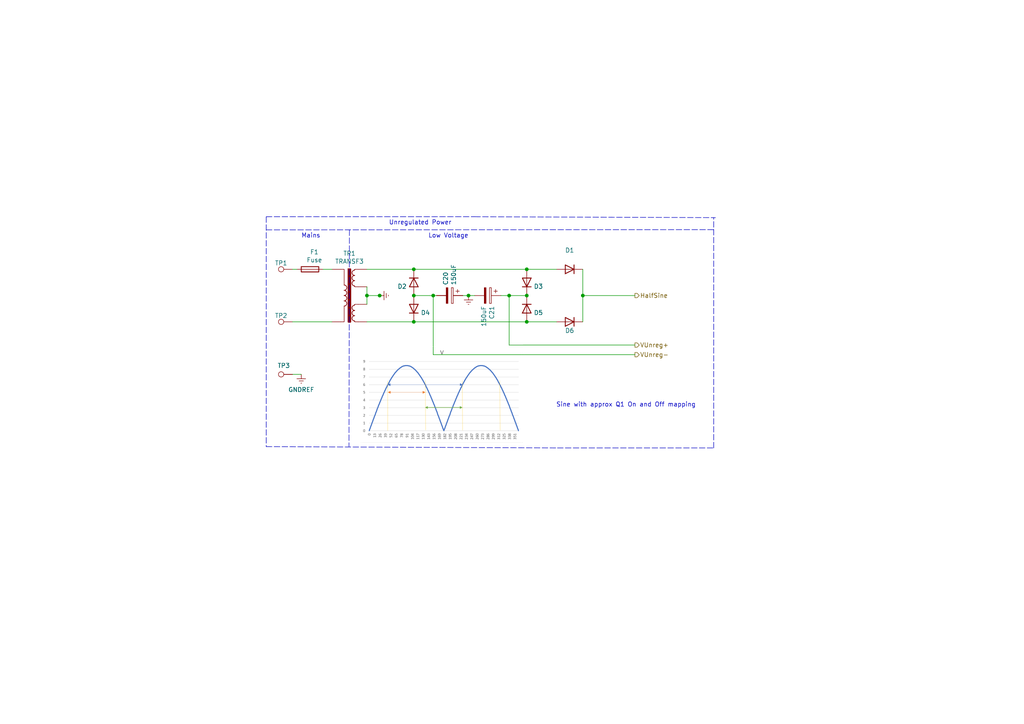
<source format=kicad_sch>
(kicad_sch (version 20211123) (generator eeschema)
  (paper "A4")
  (lib_symbols
    (symbol "Connector:TestPoint" (pin_numbers hide) (pin_names (offset 0.762) hide)
      (property "Reference" "TP" (at 0 6.858 0))
      (property "Value" "TestPoint" (at 0 5.08 0))
      (symbol "TestPoint_0_1"
        (circle (center 0 3.302) (radius 0.762))
      )
      (symbol "TestPoint_1_1"
        (pin passive line (at 0 0 90) (length 2.54) (name "1") (number "1"))
      )
    )
    (symbol "Device:D" (pin_numbers hide) (pin_names (offset 1.016) hide)
      (property "Reference" "D" (at 0 2.54 0))
      (property "Value" "D" (at 0 -2.54 0))
      (symbol "D_0_1"
        (polyline (pts (xy -1.27 1.27) (xy -1.27 -1.27)) (stroke (width 0.254)))
        (polyline (pts (xy 1.27 0) (xy -1.27 0)))
        (polyline (pts (xy 1.27 1.27) (xy 1.27 -1.27) (xy -1.27 0) (xy 1.27 1.27)) (stroke (width 0.254)))
      )
      (symbol "D_1_1"
        (pin passive line (at -3.81 0 0) (length 2.54) (name "K") (number "1"))
        (pin passive line (at 3.81 0 180) (length 2.54) (name "A") (number "2"))
      )
    )
    (symbol "Device:Fuse" (pin_numbers hide) (pin_names (offset 0))
      (property "Reference" "F" (at 2.032 0 90))
      (property "Value" "Fuse" (at -1.905 0 90))
      (symbol "Fuse_0_1"
        (rectangle (start -0.762 -2.54) (end 0.762 2.54) (stroke (width 0.254)))
        (polyline (pts (xy 0 2.54) (xy 0 -2.54)))
      )
      (symbol "Fuse_1_1"
        (pin passive line (at 0 3.81 270) (length 1.27) (name "~") (number "1"))
        (pin passive line (at 0 -3.81 90) (length 1.27) (name "~") (number "2"))
      )
    )
    (symbol "Transformer:TRANSF3" (pin_numbers hide) (pin_names (offset 0))
      (property "Reference" "TR" (at 0 8.89 0))
      (property "Value" "TRANSF3" (at 0 -8.89 0))
      (symbol "TRANSF3_0_1"
        (arc (start -1.524 -3.048) (mid -0.762 -2.286) (end -1.524 -1.524) (stroke (width 0.2032)))
        (arc (start -1.524 -1.524) (mid -0.762 -0.762) (end -1.524 0) (stroke (width 0.2032)))
        (arc (start -1.524 0) (mid -0.762 0.762) (end -1.524 1.524) (stroke (width 0.2032)))
        (arc (start -1.524 1.524) (mid -0.762 2.286) (end -1.524 3.048) (stroke (width 0.2032)))
        (rectangle (start -0.254 7.62) (end 0.254 -7.62) (stroke (width 0.508)) (fill (type outline)))
        (polyline (pts (xy -1.524 3.048) (xy -1.524 7.62) (xy -2.54 7.62)))
        (polyline (pts (xy 1.524 -7.366) (xy 1.524 -7.62) (xy 1.524 -7.62)) (fill (type outline)))
        (polyline (pts (xy 1.524 -2.54) (xy 1.524 -2.794) (xy 1.524 -2.794)) (fill (type outline)))
        (polyline (pts (xy 1.524 -2.54) (xy 2.54 -2.54) (xy 2.54 -2.54)))
        (polyline (pts (xy 1.524 2.54) (xy 1.524 2.794) (xy 1.524 2.794)) (fill (type outline)))
        (polyline (pts (xy 1.524 2.54) (xy 2.54 2.54) (xy 2.54 2.54)))
        (polyline (pts (xy 1.524 7.62) (xy 1.524 7.366) (xy 1.524 7.366)) (fill (type outline)))
        (polyline (pts (xy 1.524 7.62) (xy 2.54 7.62) (xy 2.54 7.62)))
        (polyline (pts (xy 2.54 -7.62) (xy 1.524 -7.62) (xy 1.524 -7.62)))
        (polyline (pts (xy -2.54 -7.62) (xy -1.524 -7.62) (xy -1.524 -3.048) (xy -1.524 -4.318)))
        (arc (start 1.524 -5.842) (mid 0.762 -6.604) (end 1.524 -7.366) (stroke (width 0.2032)))
        (arc (start 1.524 -4.318) (mid 0.762 -5.08) (end 1.524 -5.842) (stroke (width 0.2032)))
        (arc (start 1.524 -2.794) (mid 0.762 -3.556) (end 1.524 -4.318) (stroke (width 0.2032)))
        (arc (start 1.524 4.318) (mid 0.762 3.556) (end 1.524 2.794) (stroke (width 0.2032)))
        (arc (start 1.524 5.842) (mid 0.762 5.08) (end 1.524 4.318) (stroke (width 0.2032)))
        (arc (start 1.524 7.366) (mid 0.762 6.604) (end 1.524 5.842) (stroke (width 0.2032)))
      )
      (symbol "TRANSF3_1_1"
        (pin passive line (at -5.08 7.62 0) (length 2.54) (name "~") (number "1"))
        (pin passive line (at -5.08 -7.62 0) (length 2.54) (name "~") (number "2"))
        (pin passive line (at 5.08 7.62 180) (length 2.54) (name "~") (number "3"))
        (pin passive line (at 5.08 2.54 180) (length 2.54) (name "~") (number "4"))
        (pin passive line (at 5.08 -2.54 180) (length 2.54) (name "~") (number "5"))
        (pin passive line (at 5.08 -7.62 180) (length 2.54) (name "~") (number "6"))
      )
    )
    (symbol "minipowersupply-rescue:CP-Device" (pin_numbers hide) (pin_names (offset 0.254))
      (property "Reference" "C" (at 0.635 2.54 0))
      (property "Value" "CP-Device" (at 0.635 -2.54 0))
      (symbol "CP-Device_0_1"
        (rectangle (start -2.286 0.508) (end 2.286 1.016))
        (polyline (pts (xy -1.778 2.286) (xy -0.762 2.286)))
        (polyline (pts (xy -1.27 2.794) (xy -1.27 1.778)))
        (rectangle (start 2.286 -0.508) (end -2.286 -1.016) (fill (type outline)))
      )
      (symbol "CP-Device_1_1"
        (pin passive line (at 0 3.81 270) (length 2.794) (name "~") (number "1"))
        (pin passive line (at 0 -3.81 90) (length 2.794) (name "~") (number "2"))
      )
    )
    (symbol "power:GNDREF" (power) (pin_names (offset 0))
      (property "Value" "GNDREF" (at 0 -3.81 0))
      (symbol "GNDREF_0_1"
        (polyline (pts (xy -0.635 -1.905) (xy 0.635 -1.905)))
        (polyline (pts (xy -0.127 -2.54) (xy 0.127 -2.54)))
        (polyline (pts (xy 0 -1.27) (xy 0 0)))
        (polyline (pts (xy 1.27 -1.27) (xy -1.27 -1.27)))
      )
      (symbol "GNDREF_1_1"
        (pin power_in line (at 0 0 270) (length 0) hide (name "GNDREF") (number "1"))
      )
    )
  )
  (junction (at 152.781 78.105))
  (junction (at 147.6756 85.725))
  (junction (at 169.037 85.725))
  (junction (at 110.109 85.725))
  (junction (at 120.015 93.345))
  (junction (at 120.015 85.725))
  (junction (at 125.6538 85.725))
  (junction (at 152.781 93.345))
  (junction (at 152.781 85.725))
  (junction (at 106.426 85.725))
  (junction (at 135.89 85.725))
  (junction (at 120.015 78.105))
  (wire (pts (xy 134.239 85.725) (xy 135.89 85.725)))
  (wire (pts (xy 147.6756 85.725) (xy 152.781 85.725)))
  (wire (pts (xy 125.6538 85.725) (xy 120.015 85.725)))
  (polyline (pts (xy 77.216 62.865) (xy 77.216 129.54)))
  (polyline (pts (xy 77.216 62.865) (xy 137.668 62.865)))
  (wire (pts (xy 145.288 85.725) (xy 147.6756 85.725)))
  (wire (pts (xy 84.836 93.345) (xy 96.266 93.345)))
  (polyline (pts (xy 77.216 129.54) (xy 161.671 129.921)))
  (wire (pts (xy 110.109 85.725) (xy 110.236 85.725)))
  (wire (pts (xy 169.037 85.725) (xy 184.15 85.725)))
  (polyline (pts (xy 161.671 129.921) (xy 206.756 129.921)))
  (polyline (pts (xy 137.668 62.865) (xy 207.518 63.119)))
  (polyline (pts (xy 207.01 129.921) (xy 207.01 63.119)))
  (wire (pts (xy 93.726 78.105) (xy 96.266 78.105)))
  (wire (pts (xy 161.417 78.105) (xy 152.781 78.105)))
  (wire (pts (xy 147.6756 100.076) (xy 147.6756 85.725)))
  (wire (pts (xy 184.15 100.076) (xy 147.6756 100.076)))
  (wire (pts (xy 84.836 108.585) (xy 87.376 108.585)))
  (wire (pts (xy 106.426 83.185) (xy 106.426 85.725)))
  (wire (pts (xy 125.6538 102.87) (xy 125.6538 85.725)))
  (wire (pts (xy 106.426 85.725) (xy 106.426 88.265)))
  (wire (pts (xy 126.619 85.725) (xy 125.6538 85.725)))
  (wire (pts (xy 84.836 78.105) (xy 86.106 78.105)))
  (wire (pts (xy 120.015 78.105) (xy 152.781 78.105)))
  (wire (pts (xy 169.037 78.105) (xy 169.037 85.725)))
  (polyline (pts (xy 101.346 66.675) (xy 101.219 129.54)))
  (polyline (pts (xy 77.216 66.675) (xy 207.156 66.6102)))
  (wire (pts (xy 161.417 93.345) (xy 152.781 93.345)))
  (wire (pts (xy 120.015 93.345) (xy 152.781 93.345)))
  (wire (pts (xy 169.037 85.725) (xy 169.037 93.345)))
  (wire (pts (xy 184.15 102.87) (xy 125.6538 102.87)))
  (wire (pts (xy 106.426 85.725) (xy 110.109 85.725)))
  (wire (pts (xy 106.426 78.105) (xy 120.015 78.105)))
  (wire (pts (xy 135.89 85.725) (xy 137.668 85.725)))
  (wire (pts (xy 106.426 93.345) (xy 120.015 93.345)))
  (image (at 128.143 114.2492) (scale 0.612075))
  (text "Unregulated Power" (at 112.776 65.405 0) (effects (font (size 1.27 1.27)) (justify left bottom)))
  (text "Mains" (at 87.376 69.215 0) (effects (font (size 1.27 1.27)) (justify left bottom)))
  (text "Sine with approx Q1 On and Off mapping" (at 161.29 118.237 0) (effects (font (size 1.27 1.27)) (justify left bottom)))
  (text "Low Voltage" (at 124.206 69.215 0) (effects (font (size 1.27 1.27)) (justify left bottom)))
  (hierarchical_label "HalfSine" (shape output) (at 184.15 85.725 0))
  (hierarchical_label "VUnreg-" (shape output) (at 184.15 102.87 0))
  (hierarchical_label "VUnreg+" (shape output) (at 184.15 100.076 0))
  (symbol (lib_id "Connector:TestPoint") (at 84.836 93.345 90) (unit 1)
    (property "Reference" "TP2" (at 81.534 91.5472 90))
    (property "Value" "TestPoint" (effects hide))
    (property "Footprint" "TestPoint:TestPoint_THTPad_4.0x4.0mm_Drill2.0mm" (effects hide))
  )
  (symbol (lib_id "Device:D") (at 120.015 89.535 270) (mirror x) (unit 1)
    (property "Reference" "D4" (at 122.047 90.7034 90) (effects (justify left)))
    (property "Value" "S1K-13-F" (effects hide))
    (property "Footprint" "Diode_SMD:D_SMA" (effects hide))
  )
  (symbol (lib_id "Device:D") (at 152.781 89.535 90) (mirror x) (unit 1)
    (property "Reference" "D5" (at 154.813 90.7034 90) (effects (justify right)))
    (property "Value" "S1K-13-F" (effects hide))
    (property "Footprint" "Diode_SMD:D_SMA" (effects hide))
  )
  (symbol (lib_id "power:GNDREF") (at 135.89 85.725 0) (unit 1)
    (property "Reference" "#PWR023" (effects hide))
    (property "Value" "GNDREF" (effects hide))
  )
  (symbol (lib_id "Device:D") (at 120.015 81.915 270) (unit 1)
    (property "Reference" "D2" (at 117.983 83.0834 90) (effects (justify right)))
    (property "Value" "S1K-13-F" (effects hide))
    (property "Footprint" "Diode_SMD:D_SMA" (effects hide))
  )
  (symbol (lib_id "minipowersupply-rescue:CP-Device") (at 141.478 85.725 270) (unit 1)
    (property "Reference" "C21" (at 142.6464 88.7222 0) (effects (justify left)))
    (property "Value" "150uF" (at 140.335 88.7222 0) (effects (justify left)))
    (property "Footprint" "Capacitor_SMD:C_Elec_8x6.2" (effects hide))
    (property "Availability" "Back order" (effects hide))
  )
  (symbol (lib_id "Device:D") (at 152.781 81.915 270) (mirror x) (unit 1)
    (property "Reference" "D3" (at 154.813 83.0834 90) (effects (justify left)))
    (property "Value" "S1K-13-F" (effects hide))
    (property "Footprint" "Diode_SMD:D_SMA" (effects hide))
  )
  (symbol (lib_id "Device:D") (at 165.227 78.105 180) (unit 1)
    (property "Reference" "D1" (at 165.227 72.5932 0))
    (property "Value" "S1K-13-F" (effects hide))
    (property "Footprint" "Diode_SMD:D_SMA" (effects hide))
  )
  (symbol (lib_id "Device:D") (at 165.227 93.345 180) (unit 1)
    (property "Reference" "D6" (at 165.227 95.885 0))
    (property "Value" "S1K-13-F" (effects hide))
    (property "Footprint" "Diode_SMD:D_SMA" (effects hide))
  )
  (symbol (lib_id "minipowersupply-rescue:CP-Device") (at 130.429 85.725 270) (unit 1)
    (property "Reference" "C20" (at 129.2606 82.7278 0) (effects (justify right)))
    (property "Value" "150uF" (at 131.572 82.7278 0) (effects (justify right)))
    (property "Footprint" "Capacitor_SMD:C_Elec_8x6.2" (effects hide))
    (property "Availability" "Back order" (effects hide))
  )
  (symbol (lib_id "Connector:TestPoint") (at 84.836 78.105 90) (unit 1)
    (property "Reference" "TP1" (at 81.534 76.3072 90))
    (property "Value" "TestPoint" (effects hide))
    (property "Footprint" "TestPoint:TestPoint_THTPad_4.0x4.0mm_Drill2.0mm" (effects hide))
  )
  (symbol (lib_id "power:GNDREF") (at 87.376 108.585 0) (unit 1)
    (property "Reference" "#PWR022" (effects hide))
    (property "Value" "GNDREF" (at 87.376 113.0284 0))
  )
  (symbol (lib_id "power:GNDREF") (at 110.109 85.725 90) (unit 1)
    (property "Reference" "#PWR021" (effects hide))
    (property "Value" "GNDREF" (effects hide))
  )
  (symbol (lib_id "Device:Fuse") (at 89.916 78.105 270) (unit 1)
    (property "Reference" "F1" (at 91.186 73.1012 90))
    (property "Value" "Fuse" (at 91.186 75.4126 90))
    (property "Footprint" "Fuse:Fuseholder_Cylinder-5x20mm_Bulgin_FX0457_Horizontal_Closed" (effects hide))
  )
  (symbol (lib_id "Connector:TestPoint") (at 84.836 108.585 90) (unit 1)
    (property "Reference" "TP3" (at 82.296 106.045 90))
    (property "Value" "TestPoint" (effects hide))
    (property "Footprint" "TestPoint:TestPoint_THTPad_4.0x4.0mm_Drill2.0mm" (effects hide))
  )
  (symbol (lib_id "Transformer:TRANSF3") (at 101.346 85.725 0) (unit 1)
    (property "Reference" "TR1" (at 101.346 73.5076 0))
    (property "Value" "TRANSF3" (at 101.346 75.819 0))
    (property "Footprint" "minipowersupply:vtxtfr" (effects hide))
    (property "Availability" "Arrived" (effects hide))
  )
)
</source>
